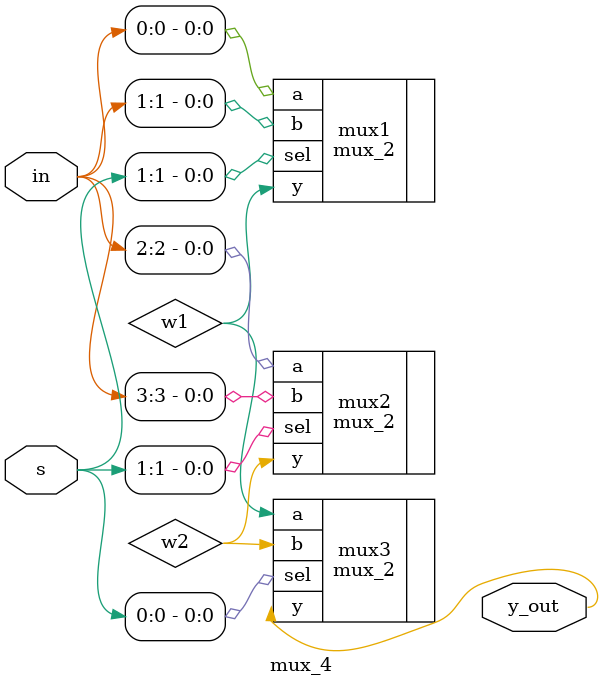
<source format=v>
module mux_2to4(a,b,sel,y);
input a,b,sel;
output y;
assign y=~sel&a|sel&b;
endmodule
module mux_4(in,s,y_out);
input [3:0]in;
input [1:0]s;
output y_out;
wire w1,w2;
mux_2 mux1(.a(in[0]),.b(in[1]),.sel(s[1]),.y(w1));
mux_2 mux2(.a(in[2]),.b(in[3]),.sel(s[1]),.y(w2));
mux_2 mux3(.a(w1),.b(w2),.sel(s[0]),.y(y_out));
endmodule
</source>
